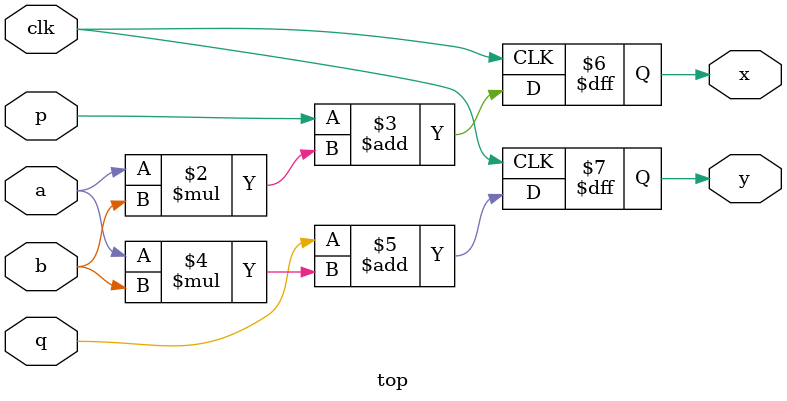
<source format=v>
module top(clk,p,q,a, b, x, y);
input clk,p,q,a,b;
output x,y;
reg x,y;
always@(posedge clk) begin
x = p+a*b;
y = q+a*b;
end
endmodule
</source>
